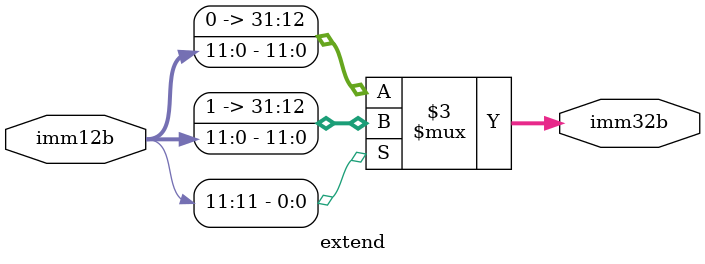
<source format=sv>
	

//assign imm32b = imm12b[11] ? {20{1'b1}, imm12b} : {20{1'b0}, imm12b};


//endmodule
module extend(

	//entradas
	input [11:0] imm12b,
	
	//saida
	output reg [31:0] imm32b
);


always @(*) begin
    if (imm12b[11])
        imm32b = {20'b11111111111111111111, imm12b};
    else
        imm32b = {20'b00000000000000000000, imm12b};
end

endmodule

</source>
